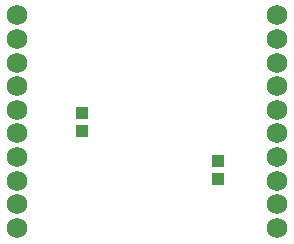
<source format=gbs>
G04*
G04 #@! TF.GenerationSoftware,Altium Limited,Altium Designer,19.1.5 (86)*
G04*
G04 Layer_Color=16711935*
%FSLAX25Y25*%
%MOIN*%
G70*
G01*
G75*
%ADD18C,0.06800*%
%ADD29R,0.03950X0.03950*%
D18*
X309500Y325000D02*
D03*
Y317126D02*
D03*
Y309252D02*
D03*
Y301378D02*
D03*
Y293504D02*
D03*
Y285630D02*
D03*
Y277756D02*
D03*
Y269882D02*
D03*
Y262008D02*
D03*
Y254134D02*
D03*
X396100D02*
D03*
Y262008D02*
D03*
Y269882D02*
D03*
Y277756D02*
D03*
Y285630D02*
D03*
Y293504D02*
D03*
Y301378D02*
D03*
Y309252D02*
D03*
Y317126D02*
D03*
Y325000D02*
D03*
D29*
X376500Y270547D02*
D03*
Y276453D02*
D03*
X331102Y292520D02*
D03*
Y286614D02*
D03*
M02*

</source>
